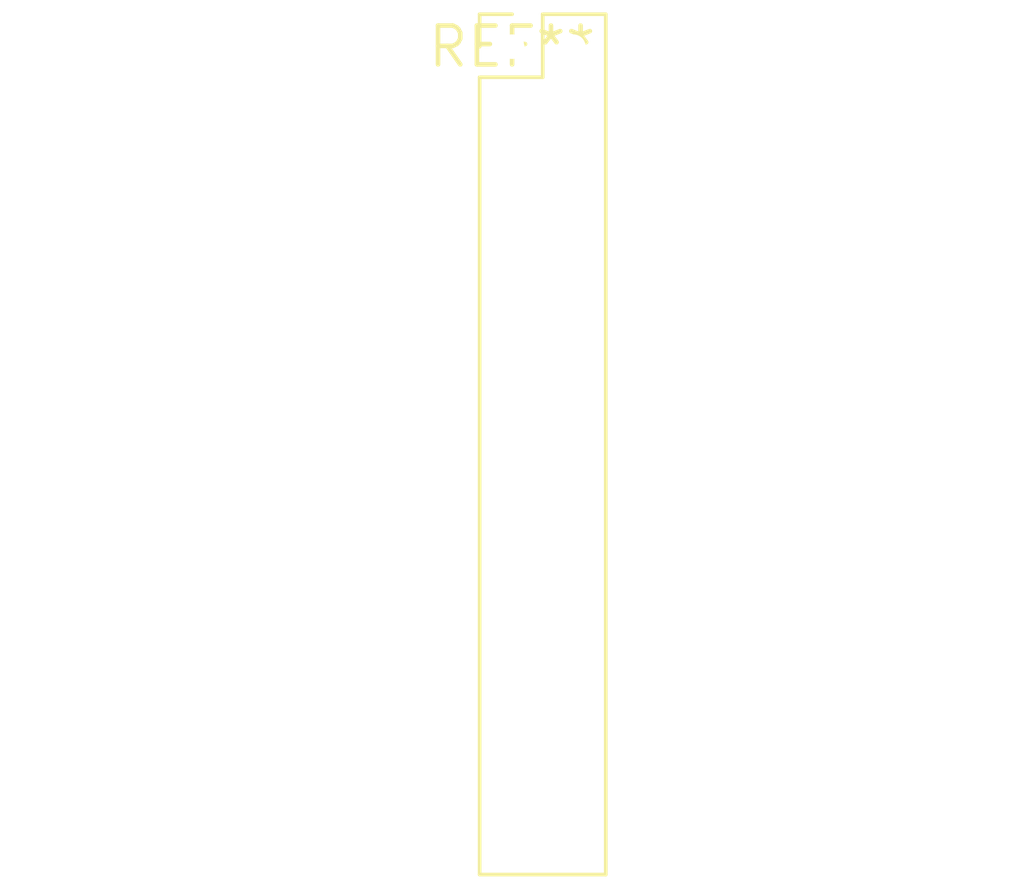
<source format=kicad_pcb>
(kicad_pcb (version 20240108) (generator pcbnew)
  (layers (0 "F.Cu" signal) (31 "B.Cu" signal) (34 "B.Paste" user) (35 "F.Paste" user) (36 "B.SilkS" user "B.Silkscreen") (37 "F.SilkS" user "F.Silkscreen") (38 "B.Mask" user) (39 "F.Mask" user) (44 "Edge.Cuts" user))
  (net 0 "")
  (footprint "PinHeader_2x14_P2.00mm_Vertical" (layer "F.Cu") (at 0 0)
    (property "Reference" "REF**")
    (property "Value" "PinHeader_2x14_P2.00mm_Vertical")
    (fp_line (start -1.06 -1.06) (end 0 -1.06) (layer "F.SilkS") (stroke (width 0.12)))
    (fp_line (start -1.06 0) (end -1.06 -1.06) (layer "F.SilkS") (stroke (width 0.12)))
    (fp_line (start -1.06 1) (end -1.06 27.06) (layer "F.SilkS") (stroke (width 0.12)))
    (fp_line (start -1.06 1) (end 1 1) (layer "F.SilkS") (stroke (width 0.12)))
    (fp_line (start -1.06 27.06) (end 3.06 27.06) (layer "F.SilkS") (stroke (width 0.12)))
    (fp_line (start 1 -1.06) (end 3.06 -1.06) (layer "F.SilkS") (stroke (width 0.12)))
    (fp_line (start 1 1) (end 1 -1.06) (layer "F.SilkS") (stroke (width 0.12)))
    (fp_line (start 3.06 -1.06) (end 3.06 27.06) (layer "F.SilkS") (stroke (width 0.12)))
    (pad "1" thru_hole rect (at 0 0) (size 1.35 1.35) (drill 0.8) (layers *.Cu *.Mask) (remove_unused_layers))
    (pad "2" thru_hole oval (at 2 0) (size 1.35 1.35) (drill 0.8) (layers *.Cu *.Mask) (remove_unused_layers))
    (pad "3" thru_hole oval (at 0 2) (size 1.35 1.35) (drill 0.8) (layers *.Cu *.Mask) (remove_unused_layers))
    (pad "4" thru_hole oval (at 2 2) (size 1.35 1.35) (drill 0.8) (layers *.Cu *.Mask) (remove_unused_layers))
    (pad "5" thru_hole oval (at 0 4) (size 1.35 1.35) (drill 0.8) (layers *.Cu *.Mask) (remove_unused_layers))
    (pad "6" thru_hole oval (at 2 4) (size 1.35 1.35) (drill 0.8) (layers *.Cu *.Mask) (remove_unused_layers))
    (pad "7" thru_hole oval (at 0 6) (size 1.35 1.35) (drill 0.8) (layers *.Cu *.Mask) (remove_unused_layers))
    (pad "8" thru_hole oval (at 2 6) (size 1.35 1.35) (drill 0.8) (layers *.Cu *.Mask) (remove_unused_layers))
    (pad "9" thru_hole oval (at 0 8) (size 1.35 1.35) (drill 0.8) (layers *.Cu *.Mask) (remove_unused_layers))
    (pad "10" thru_hole oval (at 2 8) (size 1.35 1.35) (drill 0.8) (layers *.Cu *.Mask) (remove_unused_layers))
    (pad "11" thru_hole oval (at 0 10) (size 1.35 1.35) (drill 0.8) (layers *.Cu *.Mask) (remove_unused_layers))
    (pad "12" thru_hole oval (at 2 10) (size 1.35 1.35) (drill 0.8) (layers *.Cu *.Mask) (remove_unused_layers))
    (pad "13" thru_hole oval (at 0 12) (size 1.35 1.35) (drill 0.8) (layers *.Cu *.Mask) (remove_unused_layers))
    (pad "14" thru_hole oval (at 2 12) (size 1.35 1.35) (drill 0.8) (layers *.Cu *.Mask) (remove_unused_layers))
    (pad "15" thru_hole oval (at 0 14) (size 1.35 1.35) (drill 0.8) (layers *.Cu *.Mask) (remove_unused_layers))
    (pad "16" thru_hole oval (at 2 14) (size 1.35 1.35) (drill 0.8) (layers *.Cu *.Mask) (remove_unused_layers))
    (pad "17" thru_hole oval (at 0 16) (size 1.35 1.35) (drill 0.8) (layers *.Cu *.Mask) (remove_unused_layers))
    (pad "18" thru_hole oval (at 2 16) (size 1.35 1.35) (drill 0.8) (layers *.Cu *.Mask) (remove_unused_layers))
    (pad "19" thru_hole oval (at 0 18) (size 1.35 1.35) (drill 0.8) (layers *.Cu *.Mask) (remove_unused_layers))
    (pad "20" thru_hole oval (at 2 18) (size 1.35 1.35) (drill 0.8) (layers *.Cu *.Mask) (remove_unused_layers))
    (pad "21" thru_hole oval (at 0 20) (size 1.35 1.35) (drill 0.8) (layers *.Cu *.Mask) (remove_unused_layers))
    (pad "22" thru_hole oval (at 2 20) (size 1.35 1.35) (drill 0.8) (layers *.Cu *.Mask) (remove_unused_layers))
    (pad "23" thru_hole oval (at 0 22) (size 1.35 1.35) (drill 0.8) (layers *.Cu *.Mask) (remove_unused_layers))
    (pad "24" thru_hole oval (at 2 22) (size 1.35 1.35) (drill 0.8) (layers *.Cu *.Mask) (remove_unused_layers))
    (pad "25" thru_hole oval (at 0 24) (size 1.35 1.35) (drill 0.8) (layers *.Cu *.Mask) (remove_unused_layers))
    (pad "26" thru_hole oval (at 2 24) (size 1.35 1.35) (drill 0.8) (layers *.Cu *.Mask) (remove_unused_layers))
    (pad "27" thru_hole oval (at 0 26) (size 1.35 1.35) (drill 0.8) (layers *.Cu *.Mask) (remove_unused_layers))
    (pad "28" thru_hole oval (at 2 26) (size 1.35 1.35) (drill 0.8) (layers *.Cu *.Mask) (remove_unused_layers))
  )
)
</source>
